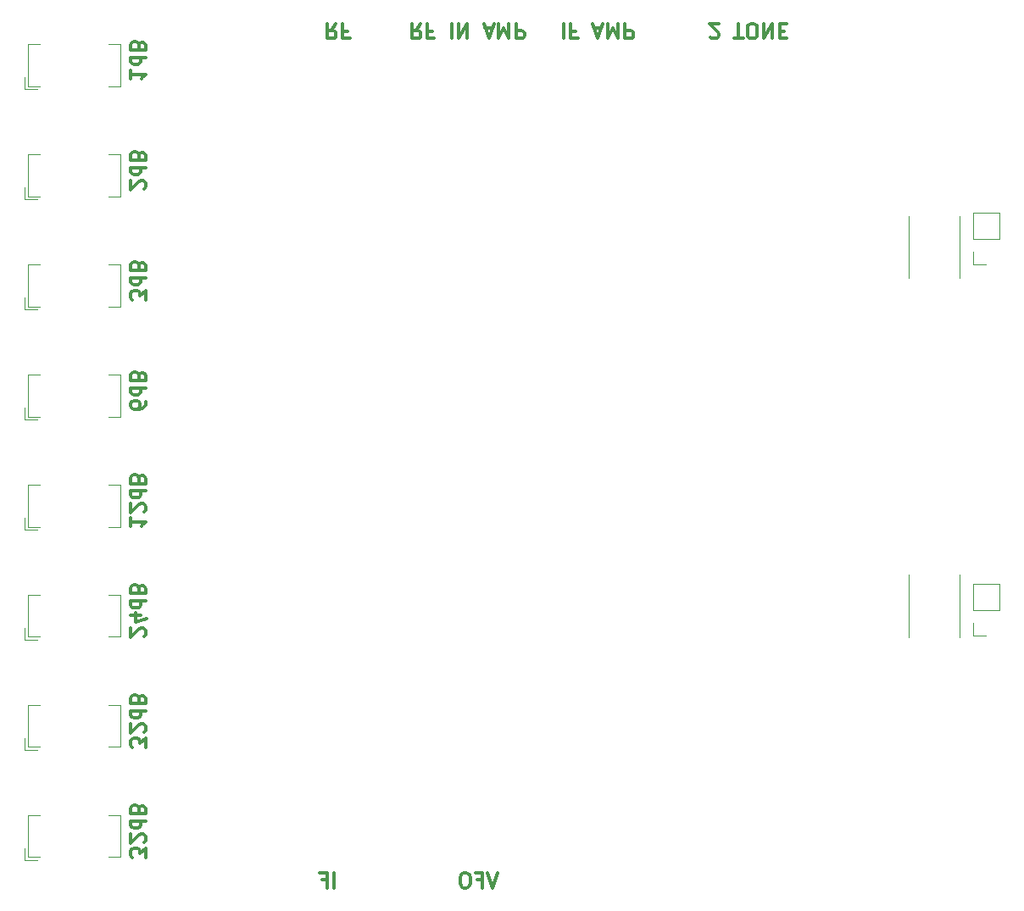
<source format=gbo>
G04 #@! TF.FileFunction,Legend,Bot*
%FSLAX46Y46*%
G04 Gerber Fmt 4.6, Leading zero omitted, Abs format (unit mm)*
G04 Created by KiCad (PCBNEW 4.0.7-e2-6376~58~ubuntu14.04.1) date Fri May 17 06:13:42 2019*
%MOMM*%
%LPD*%
G01*
G04 APERTURE LIST*
%ADD10C,0.100000*%
%ADD11C,0.300000*%
%ADD12C,0.120000*%
G04 APERTURE END LIST*
D10*
D11*
X123135715Y-36671429D02*
X123135715Y-38171429D01*
X124350001Y-37457143D02*
X123850001Y-37457143D01*
X123850001Y-36671429D02*
X123850001Y-38171429D01*
X124564287Y-38171429D01*
X126207143Y-37100000D02*
X126921429Y-37100000D01*
X126064286Y-36671429D02*
X126564286Y-38171429D01*
X127064286Y-36671429D01*
X127564286Y-36671429D02*
X127564286Y-38171429D01*
X128064286Y-37100000D01*
X128564286Y-38171429D01*
X128564286Y-36671429D01*
X129278572Y-36671429D02*
X129278572Y-38171429D01*
X129850000Y-38171429D01*
X129992858Y-38100000D01*
X130064286Y-38028571D01*
X130135715Y-37885714D01*
X130135715Y-37671429D01*
X130064286Y-37528571D01*
X129992858Y-37457143D01*
X129850000Y-37385714D01*
X129278572Y-37385714D01*
X137778571Y-38028571D02*
X137850000Y-38100000D01*
X137992857Y-38171429D01*
X138350000Y-38171429D01*
X138492857Y-38100000D01*
X138564286Y-38028571D01*
X138635714Y-37885714D01*
X138635714Y-37742857D01*
X138564286Y-37528571D01*
X137707143Y-36671429D01*
X138635714Y-36671429D01*
X140207142Y-38171429D02*
X141064285Y-38171429D01*
X140635714Y-36671429D02*
X140635714Y-38171429D01*
X141849999Y-38171429D02*
X142135713Y-38171429D01*
X142278571Y-38100000D01*
X142421428Y-37957143D01*
X142492856Y-37671429D01*
X142492856Y-37171429D01*
X142421428Y-36885714D01*
X142278571Y-36742857D01*
X142135713Y-36671429D01*
X141849999Y-36671429D01*
X141707142Y-36742857D01*
X141564285Y-36885714D01*
X141492856Y-37171429D01*
X141492856Y-37671429D01*
X141564285Y-37957143D01*
X141707142Y-38100000D01*
X141849999Y-38171429D01*
X143135714Y-36671429D02*
X143135714Y-38171429D01*
X143992857Y-36671429D01*
X143992857Y-38171429D01*
X144707143Y-37457143D02*
X145207143Y-37457143D01*
X145421429Y-36671429D02*
X144707143Y-36671429D01*
X144707143Y-38171429D01*
X145421429Y-38171429D01*
X108885715Y-36671429D02*
X108385715Y-37385714D01*
X108028572Y-36671429D02*
X108028572Y-38171429D01*
X108600000Y-38171429D01*
X108742858Y-38100000D01*
X108814286Y-38028571D01*
X108885715Y-37885714D01*
X108885715Y-37671429D01*
X108814286Y-37528571D01*
X108742858Y-37457143D01*
X108600000Y-37385714D01*
X108028572Y-37385714D01*
X110028572Y-37457143D02*
X109528572Y-37457143D01*
X109528572Y-36671429D02*
X109528572Y-38171429D01*
X110242858Y-38171429D01*
X111957143Y-36671429D02*
X111957143Y-38171429D01*
X112671429Y-36671429D02*
X112671429Y-38171429D01*
X113528572Y-36671429D01*
X113528572Y-38171429D01*
X115314286Y-37100000D02*
X116028572Y-37100000D01*
X115171429Y-36671429D02*
X115671429Y-38171429D01*
X116171429Y-36671429D01*
X116671429Y-36671429D02*
X116671429Y-38171429D01*
X117171429Y-37100000D01*
X117671429Y-38171429D01*
X117671429Y-36671429D01*
X118385715Y-36671429D02*
X118385715Y-38171429D01*
X118957143Y-38171429D01*
X119100001Y-38100000D01*
X119171429Y-38028571D01*
X119242858Y-37885714D01*
X119242858Y-37671429D01*
X119171429Y-37528571D01*
X119100001Y-37457143D01*
X118957143Y-37385714D01*
X118385715Y-37385714D01*
X100421429Y-36671429D02*
X99921429Y-37385714D01*
X99564286Y-36671429D02*
X99564286Y-38171429D01*
X100135714Y-38171429D01*
X100278572Y-38100000D01*
X100350000Y-38028571D01*
X100421429Y-37885714D01*
X100421429Y-37671429D01*
X100350000Y-37528571D01*
X100278572Y-37457143D01*
X100135714Y-37385714D01*
X99564286Y-37385714D01*
X101564286Y-37457143D02*
X101064286Y-37457143D01*
X101064286Y-36671429D02*
X101064286Y-38171429D01*
X101778572Y-38171429D01*
X116528571Y-121528571D02*
X116028571Y-123028571D01*
X115528571Y-121528571D01*
X114528571Y-122242857D02*
X115028571Y-122242857D01*
X115028571Y-123028571D02*
X115028571Y-121528571D01*
X114314285Y-121528571D01*
X113457143Y-121528571D02*
X113171429Y-121528571D01*
X113028571Y-121600000D01*
X112885714Y-121742857D01*
X112814286Y-122028571D01*
X112814286Y-122528571D01*
X112885714Y-122814286D01*
X113028571Y-122957143D01*
X113171429Y-123028571D01*
X113457143Y-123028571D01*
X113600000Y-122957143D01*
X113742857Y-122814286D01*
X113814286Y-122528571D01*
X113814286Y-122028571D01*
X113742857Y-121742857D01*
X113600000Y-121600000D01*
X113457143Y-121528571D01*
X100242857Y-123028571D02*
X100242857Y-121528571D01*
X99028571Y-122242857D02*
X99528571Y-122242857D01*
X99528571Y-123028571D02*
X99528571Y-121528571D01*
X98814285Y-121528571D01*
X81421429Y-119992856D02*
X81421429Y-119064285D01*
X80850000Y-119564285D01*
X80850000Y-119349999D01*
X80778571Y-119207142D01*
X80707143Y-119135713D01*
X80564286Y-119064285D01*
X80207143Y-119064285D01*
X80064286Y-119135713D01*
X79992857Y-119207142D01*
X79921429Y-119349999D01*
X79921429Y-119778571D01*
X79992857Y-119921428D01*
X80064286Y-119992856D01*
X81278571Y-118492857D02*
X81350000Y-118421428D01*
X81421429Y-118278571D01*
X81421429Y-117921428D01*
X81350000Y-117778571D01*
X81278571Y-117707142D01*
X81135714Y-117635714D01*
X80992857Y-117635714D01*
X80778571Y-117707142D01*
X79921429Y-118564285D01*
X79921429Y-117635714D01*
X79921429Y-116350000D02*
X81421429Y-116350000D01*
X79992857Y-116350000D02*
X79921429Y-116492857D01*
X79921429Y-116778571D01*
X79992857Y-116921429D01*
X80064286Y-116992857D01*
X80207143Y-117064286D01*
X80635714Y-117064286D01*
X80778571Y-116992857D01*
X80850000Y-116921429D01*
X80921429Y-116778571D01*
X80921429Y-116492857D01*
X80850000Y-116350000D01*
X80707143Y-115135714D02*
X80635714Y-114921428D01*
X80564286Y-114850000D01*
X80421429Y-114778571D01*
X80207143Y-114778571D01*
X80064286Y-114850000D01*
X79992857Y-114921428D01*
X79921429Y-115064286D01*
X79921429Y-115635714D01*
X81421429Y-115635714D01*
X81421429Y-115135714D01*
X81350000Y-114992857D01*
X81278571Y-114921428D01*
X81135714Y-114850000D01*
X80992857Y-114850000D01*
X80850000Y-114921428D01*
X80778571Y-114992857D01*
X80707143Y-115135714D01*
X80707143Y-115635714D01*
X81421429Y-108992856D02*
X81421429Y-108064285D01*
X80850000Y-108564285D01*
X80850000Y-108349999D01*
X80778571Y-108207142D01*
X80707143Y-108135713D01*
X80564286Y-108064285D01*
X80207143Y-108064285D01*
X80064286Y-108135713D01*
X79992857Y-108207142D01*
X79921429Y-108349999D01*
X79921429Y-108778571D01*
X79992857Y-108921428D01*
X80064286Y-108992856D01*
X81278571Y-107492857D02*
X81350000Y-107421428D01*
X81421429Y-107278571D01*
X81421429Y-106921428D01*
X81350000Y-106778571D01*
X81278571Y-106707142D01*
X81135714Y-106635714D01*
X80992857Y-106635714D01*
X80778571Y-106707142D01*
X79921429Y-107564285D01*
X79921429Y-106635714D01*
X79921429Y-105350000D02*
X81421429Y-105350000D01*
X79992857Y-105350000D02*
X79921429Y-105492857D01*
X79921429Y-105778571D01*
X79992857Y-105921429D01*
X80064286Y-105992857D01*
X80207143Y-106064286D01*
X80635714Y-106064286D01*
X80778571Y-105992857D01*
X80850000Y-105921429D01*
X80921429Y-105778571D01*
X80921429Y-105492857D01*
X80850000Y-105350000D01*
X80707143Y-104135714D02*
X80635714Y-103921428D01*
X80564286Y-103850000D01*
X80421429Y-103778571D01*
X80207143Y-103778571D01*
X80064286Y-103850000D01*
X79992857Y-103921428D01*
X79921429Y-104064286D01*
X79921429Y-104635714D01*
X81421429Y-104635714D01*
X81421429Y-104135714D01*
X81350000Y-103992857D01*
X81278571Y-103921428D01*
X81135714Y-103850000D01*
X80992857Y-103850000D01*
X80850000Y-103921428D01*
X80778571Y-103992857D01*
X80707143Y-104135714D01*
X80707143Y-104635714D01*
X81278571Y-97921428D02*
X81350000Y-97849999D01*
X81421429Y-97707142D01*
X81421429Y-97349999D01*
X81350000Y-97207142D01*
X81278571Y-97135713D01*
X81135714Y-97064285D01*
X80992857Y-97064285D01*
X80778571Y-97135713D01*
X79921429Y-97992856D01*
X79921429Y-97064285D01*
X80921429Y-95778571D02*
X79921429Y-95778571D01*
X81492857Y-96135714D02*
X80421429Y-96492857D01*
X80421429Y-95564285D01*
X79921429Y-94350000D02*
X81421429Y-94350000D01*
X79992857Y-94350000D02*
X79921429Y-94492857D01*
X79921429Y-94778571D01*
X79992857Y-94921429D01*
X80064286Y-94992857D01*
X80207143Y-95064286D01*
X80635714Y-95064286D01*
X80778571Y-94992857D01*
X80850000Y-94921429D01*
X80921429Y-94778571D01*
X80921429Y-94492857D01*
X80850000Y-94350000D01*
X80707143Y-93135714D02*
X80635714Y-92921428D01*
X80564286Y-92850000D01*
X80421429Y-92778571D01*
X80207143Y-92778571D01*
X80064286Y-92850000D01*
X79992857Y-92921428D01*
X79921429Y-93064286D01*
X79921429Y-93635714D01*
X81421429Y-93635714D01*
X81421429Y-93135714D01*
X81350000Y-92992857D01*
X81278571Y-92921428D01*
X81135714Y-92850000D01*
X80992857Y-92850000D01*
X80850000Y-92921428D01*
X80778571Y-92992857D01*
X80707143Y-93135714D01*
X80707143Y-93635714D01*
X79921429Y-86064285D02*
X79921429Y-86921428D01*
X79921429Y-86492856D02*
X81421429Y-86492856D01*
X81207143Y-86635713D01*
X81064286Y-86778571D01*
X80992857Y-86921428D01*
X81278571Y-85492857D02*
X81350000Y-85421428D01*
X81421429Y-85278571D01*
X81421429Y-84921428D01*
X81350000Y-84778571D01*
X81278571Y-84707142D01*
X81135714Y-84635714D01*
X80992857Y-84635714D01*
X80778571Y-84707142D01*
X79921429Y-85564285D01*
X79921429Y-84635714D01*
X79921429Y-83350000D02*
X81421429Y-83350000D01*
X79992857Y-83350000D02*
X79921429Y-83492857D01*
X79921429Y-83778571D01*
X79992857Y-83921429D01*
X80064286Y-83992857D01*
X80207143Y-84064286D01*
X80635714Y-84064286D01*
X80778571Y-83992857D01*
X80850000Y-83921429D01*
X80921429Y-83778571D01*
X80921429Y-83492857D01*
X80850000Y-83350000D01*
X80707143Y-82135714D02*
X80635714Y-81921428D01*
X80564286Y-81850000D01*
X80421429Y-81778571D01*
X80207143Y-81778571D01*
X80064286Y-81850000D01*
X79992857Y-81921428D01*
X79921429Y-82064286D01*
X79921429Y-82635714D01*
X81421429Y-82635714D01*
X81421429Y-82135714D01*
X81350000Y-81992857D01*
X81278571Y-81921428D01*
X81135714Y-81850000D01*
X80992857Y-81850000D01*
X80850000Y-81921428D01*
X80778571Y-81992857D01*
X80707143Y-82135714D01*
X80707143Y-82635714D01*
X81421429Y-74492857D02*
X81421429Y-74778571D01*
X81350000Y-74921428D01*
X81278571Y-74992857D01*
X81064286Y-75135714D01*
X80778571Y-75207143D01*
X80207143Y-75207143D01*
X80064286Y-75135714D01*
X79992857Y-75064286D01*
X79921429Y-74921428D01*
X79921429Y-74635714D01*
X79992857Y-74492857D01*
X80064286Y-74421428D01*
X80207143Y-74350000D01*
X80564286Y-74350000D01*
X80707143Y-74421428D01*
X80778571Y-74492857D01*
X80850000Y-74635714D01*
X80850000Y-74921428D01*
X80778571Y-75064286D01*
X80707143Y-75135714D01*
X80564286Y-75207143D01*
X79921429Y-73064286D02*
X81421429Y-73064286D01*
X79992857Y-73064286D02*
X79921429Y-73207143D01*
X79921429Y-73492857D01*
X79992857Y-73635715D01*
X80064286Y-73707143D01*
X80207143Y-73778572D01*
X80635714Y-73778572D01*
X80778571Y-73707143D01*
X80850000Y-73635715D01*
X80921429Y-73492857D01*
X80921429Y-73207143D01*
X80850000Y-73064286D01*
X80707143Y-71850000D02*
X80635714Y-71635714D01*
X80564286Y-71564286D01*
X80421429Y-71492857D01*
X80207143Y-71492857D01*
X80064286Y-71564286D01*
X79992857Y-71635714D01*
X79921429Y-71778572D01*
X79921429Y-72350000D01*
X81421429Y-72350000D01*
X81421429Y-71850000D01*
X81350000Y-71707143D01*
X81278571Y-71635714D01*
X81135714Y-71564286D01*
X80992857Y-71564286D01*
X80850000Y-71635714D01*
X80778571Y-71707143D01*
X80707143Y-71850000D01*
X80707143Y-72350000D01*
X81421429Y-64278571D02*
X81421429Y-63350000D01*
X80850000Y-63850000D01*
X80850000Y-63635714D01*
X80778571Y-63492857D01*
X80707143Y-63421428D01*
X80564286Y-63350000D01*
X80207143Y-63350000D01*
X80064286Y-63421428D01*
X79992857Y-63492857D01*
X79921429Y-63635714D01*
X79921429Y-64064286D01*
X79992857Y-64207143D01*
X80064286Y-64278571D01*
X79921429Y-62064286D02*
X81421429Y-62064286D01*
X79992857Y-62064286D02*
X79921429Y-62207143D01*
X79921429Y-62492857D01*
X79992857Y-62635715D01*
X80064286Y-62707143D01*
X80207143Y-62778572D01*
X80635714Y-62778572D01*
X80778571Y-62707143D01*
X80850000Y-62635715D01*
X80921429Y-62492857D01*
X80921429Y-62207143D01*
X80850000Y-62064286D01*
X80707143Y-60850000D02*
X80635714Y-60635714D01*
X80564286Y-60564286D01*
X80421429Y-60492857D01*
X80207143Y-60492857D01*
X80064286Y-60564286D01*
X79992857Y-60635714D01*
X79921429Y-60778572D01*
X79921429Y-61350000D01*
X81421429Y-61350000D01*
X81421429Y-60850000D01*
X81350000Y-60707143D01*
X81278571Y-60635714D01*
X81135714Y-60564286D01*
X80992857Y-60564286D01*
X80850000Y-60635714D01*
X80778571Y-60707143D01*
X80707143Y-60850000D01*
X80707143Y-61350000D01*
X81278571Y-53207143D02*
X81350000Y-53135714D01*
X81421429Y-52992857D01*
X81421429Y-52635714D01*
X81350000Y-52492857D01*
X81278571Y-52421428D01*
X81135714Y-52350000D01*
X80992857Y-52350000D01*
X80778571Y-52421428D01*
X79921429Y-53278571D01*
X79921429Y-52350000D01*
X79921429Y-51064286D02*
X81421429Y-51064286D01*
X79992857Y-51064286D02*
X79921429Y-51207143D01*
X79921429Y-51492857D01*
X79992857Y-51635715D01*
X80064286Y-51707143D01*
X80207143Y-51778572D01*
X80635714Y-51778572D01*
X80778571Y-51707143D01*
X80850000Y-51635715D01*
X80921429Y-51492857D01*
X80921429Y-51207143D01*
X80850000Y-51064286D01*
X80707143Y-49850000D02*
X80635714Y-49635714D01*
X80564286Y-49564286D01*
X80421429Y-49492857D01*
X80207143Y-49492857D01*
X80064286Y-49564286D01*
X79992857Y-49635714D01*
X79921429Y-49778572D01*
X79921429Y-50350000D01*
X81421429Y-50350000D01*
X81421429Y-49850000D01*
X81350000Y-49707143D01*
X81278571Y-49635714D01*
X81135714Y-49564286D01*
X80992857Y-49564286D01*
X80850000Y-49635714D01*
X80778571Y-49707143D01*
X80707143Y-49850000D01*
X80707143Y-50350000D01*
X79921429Y-41350000D02*
X79921429Y-42207143D01*
X79921429Y-41778571D02*
X81421429Y-41778571D01*
X81207143Y-41921428D01*
X81064286Y-42064286D01*
X80992857Y-42207143D01*
X79921429Y-40064286D02*
X81421429Y-40064286D01*
X79992857Y-40064286D02*
X79921429Y-40207143D01*
X79921429Y-40492857D01*
X79992857Y-40635715D01*
X80064286Y-40707143D01*
X80207143Y-40778572D01*
X80635714Y-40778572D01*
X80778571Y-40707143D01*
X80850000Y-40635715D01*
X80921429Y-40492857D01*
X80921429Y-40207143D01*
X80850000Y-40064286D01*
X80707143Y-38850000D02*
X80635714Y-38635714D01*
X80564286Y-38564286D01*
X80421429Y-38492857D01*
X80207143Y-38492857D01*
X80064286Y-38564286D01*
X79992857Y-38635714D01*
X79921429Y-38778572D01*
X79921429Y-39350000D01*
X81421429Y-39350000D01*
X81421429Y-38850000D01*
X81350000Y-38707143D01*
X81278571Y-38635714D01*
X81135714Y-38564286D01*
X80992857Y-38564286D01*
X80850000Y-38635714D01*
X80778571Y-38707143D01*
X80707143Y-38850000D01*
X80707143Y-39350000D01*
D12*
X162675000Y-62135000D02*
X162675000Y-55885000D01*
X157625000Y-62135000D02*
X157625000Y-55885000D01*
X164024000Y-55580000D02*
X166684000Y-55580000D01*
X164024000Y-58180000D02*
X164024000Y-55580000D01*
X166684000Y-58180000D02*
X166684000Y-55580000D01*
X164024000Y-58180000D02*
X166684000Y-58180000D01*
X164024000Y-59450000D02*
X164024000Y-60780000D01*
X164024000Y-60780000D02*
X165354000Y-60780000D01*
X162675000Y-97967000D02*
X162675000Y-91717000D01*
X157625000Y-97967000D02*
X157625000Y-91717000D01*
X164024000Y-92650000D02*
X166684000Y-92650000D01*
X164024000Y-95250000D02*
X164024000Y-92650000D01*
X166684000Y-95250000D02*
X166684000Y-92650000D01*
X164024000Y-95250000D02*
X166684000Y-95250000D01*
X164024000Y-96520000D02*
X164024000Y-97850000D01*
X164024000Y-97850000D02*
X165354000Y-97850000D01*
X69350000Y-43250000D02*
X69350000Y-42050000D01*
X70550000Y-43250000D02*
X69350000Y-43250000D01*
X78850000Y-38750000D02*
X77650000Y-38750000D01*
X78850000Y-42950000D02*
X78850000Y-38750000D01*
X77650000Y-42950000D02*
X78850000Y-42950000D01*
X69650000Y-38750000D02*
X70850000Y-38750000D01*
X69650000Y-42950000D02*
X69650000Y-38750000D01*
X70850000Y-42950000D02*
X69650000Y-42950000D01*
X69350000Y-54250000D02*
X69350000Y-53050000D01*
X70550000Y-54250000D02*
X69350000Y-54250000D01*
X78850000Y-49750000D02*
X77650000Y-49750000D01*
X78850000Y-53950000D02*
X78850000Y-49750000D01*
X77650000Y-53950000D02*
X78850000Y-53950000D01*
X69650000Y-49750000D02*
X70850000Y-49750000D01*
X69650000Y-53950000D02*
X69650000Y-49750000D01*
X70850000Y-53950000D02*
X69650000Y-53950000D01*
X69350000Y-65250000D02*
X69350000Y-64050000D01*
X70550000Y-65250000D02*
X69350000Y-65250000D01*
X78850000Y-60750000D02*
X77650000Y-60750000D01*
X78850000Y-64950000D02*
X78850000Y-60750000D01*
X77650000Y-64950000D02*
X78850000Y-64950000D01*
X69650000Y-60750000D02*
X70850000Y-60750000D01*
X69650000Y-64950000D02*
X69650000Y-60750000D01*
X70850000Y-64950000D02*
X69650000Y-64950000D01*
X69350000Y-76250000D02*
X69350000Y-75050000D01*
X70550000Y-76250000D02*
X69350000Y-76250000D01*
X78850000Y-71750000D02*
X77650000Y-71750000D01*
X78850000Y-75950000D02*
X78850000Y-71750000D01*
X77650000Y-75950000D02*
X78850000Y-75950000D01*
X69650000Y-71750000D02*
X70850000Y-71750000D01*
X69650000Y-75950000D02*
X69650000Y-71750000D01*
X70850000Y-75950000D02*
X69650000Y-75950000D01*
X69350000Y-87250000D02*
X69350000Y-86050000D01*
X70550000Y-87250000D02*
X69350000Y-87250000D01*
X78850000Y-82750000D02*
X77650000Y-82750000D01*
X78850000Y-86950000D02*
X78850000Y-82750000D01*
X77650000Y-86950000D02*
X78850000Y-86950000D01*
X69650000Y-82750000D02*
X70850000Y-82750000D01*
X69650000Y-86950000D02*
X69650000Y-82750000D01*
X70850000Y-86950000D02*
X69650000Y-86950000D01*
X69350000Y-98250000D02*
X69350000Y-97050000D01*
X70550000Y-98250000D02*
X69350000Y-98250000D01*
X78850000Y-93750000D02*
X77650000Y-93750000D01*
X78850000Y-97950000D02*
X78850000Y-93750000D01*
X77650000Y-97950000D02*
X78850000Y-97950000D01*
X69650000Y-93750000D02*
X70850000Y-93750000D01*
X69650000Y-97950000D02*
X69650000Y-93750000D01*
X70850000Y-97950000D02*
X69650000Y-97950000D01*
X69350000Y-109250000D02*
X69350000Y-108050000D01*
X70550000Y-109250000D02*
X69350000Y-109250000D01*
X78850000Y-104750000D02*
X77650000Y-104750000D01*
X78850000Y-108950000D02*
X78850000Y-104750000D01*
X77650000Y-108950000D02*
X78850000Y-108950000D01*
X69650000Y-104750000D02*
X70850000Y-104750000D01*
X69650000Y-108950000D02*
X69650000Y-104750000D01*
X70850000Y-108950000D02*
X69650000Y-108950000D01*
X69350000Y-120250000D02*
X69350000Y-119050000D01*
X70550000Y-120250000D02*
X69350000Y-120250000D01*
X78850000Y-115750000D02*
X77650000Y-115750000D01*
X78850000Y-119950000D02*
X78850000Y-115750000D01*
X77650000Y-119950000D02*
X78850000Y-119950000D01*
X69650000Y-115750000D02*
X70850000Y-115750000D01*
X69650000Y-119950000D02*
X69650000Y-115750000D01*
X70850000Y-119950000D02*
X69650000Y-119950000D01*
M02*

</source>
